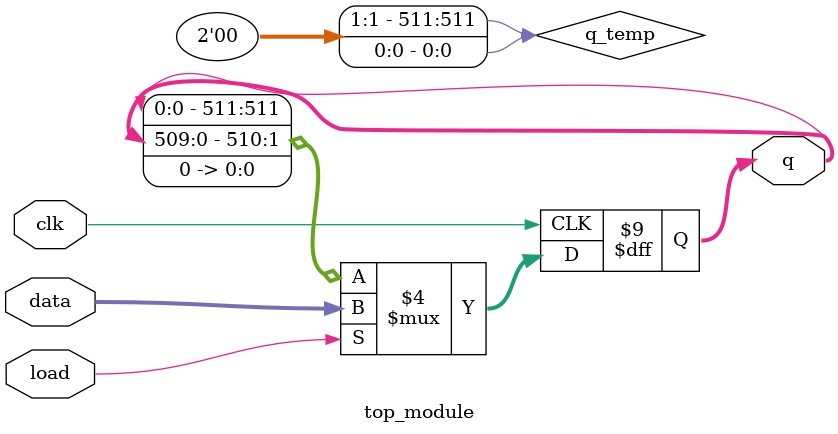
<source format=sv>
module top_module(
	input clk,
	input load,
	input [511:0] data,
	output reg [511:0] q
);
// Initialize boundary cells as zero
reg [511:0] q_temp;
always @(*) begin
    q_temp[0] = 0;
    q_temp[511] = 0;
end

always @(posedge clk) begin
    if (load) begin
        q <= data;
    end else begin
        q_temp[1:510] = q[0:509];
        q[0:511] = {q_temp[1],q_temp[0:510]};
    end
end

endmodule

</source>
